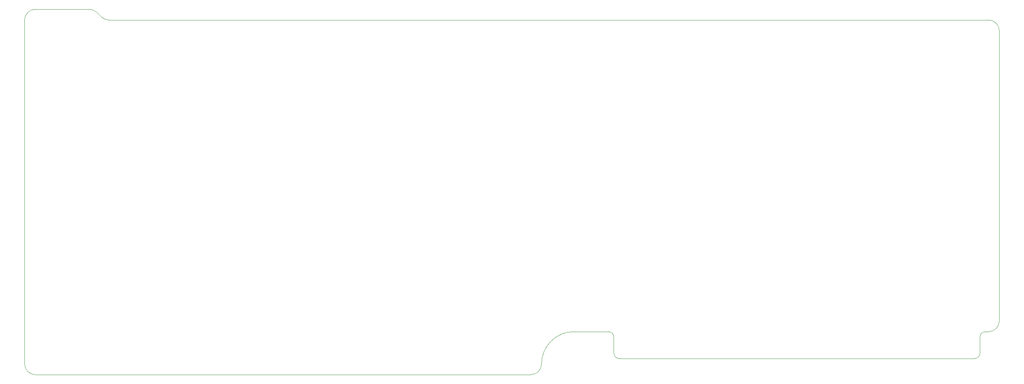
<source format=gbr>
%TF.GenerationSoftware,KiCad,Pcbnew,7.0.5*%
%TF.CreationDate,2024-11-17T15:27:36-05:00*%
%TF.ProjectId,93c76_revision_two,39336337-365f-4726-9576-6973696f6e5f,rev?*%
%TF.SameCoordinates,Original*%
%TF.FileFunction,Profile,NP*%
%FSLAX46Y46*%
G04 Gerber Fmt 4.6, Leading zero omitted, Abs format (unit mm)*
G04 Created by KiCad (PCBNEW 7.0.5) date 2024-11-17 15:27:36*
%MOMM*%
%LPD*%
G01*
G04 APERTURE LIST*
%TA.AperFunction,Profile*%
%ADD10C,0.100000*%
%TD*%
G04 APERTURE END LIST*
D10*
X27939936Y-104140000D02*
X27939936Y-22860000D01*
X253238000Y-101600000D02*
X253238000Y-97790000D01*
X251968000Y-102870000D02*
G75*
G03*
X253238000Y-101600000I0J1270000D01*
G01*
X157480000Y-96520000D02*
X165608000Y-96520000D01*
X30461948Y-106679999D02*
X147301949Y-106680000D01*
X168148000Y-102870000D02*
X251968000Y-102870000D01*
X44976040Y-21063960D02*
X46028120Y-22116040D01*
X166878000Y-101600000D02*
X166878000Y-97790000D01*
X254508000Y-96520000D02*
G75*
G03*
X253238000Y-97790000I0J-1270000D01*
G01*
X30479936Y-20320000D02*
X43180000Y-20320000D01*
X255251949Y-96520049D02*
G75*
G03*
X257791949Y-93980000I51J2539949D01*
G01*
X254508000Y-96520000D02*
X255251949Y-96520000D01*
X46028129Y-22116031D02*
G75*
G03*
X47824198Y-22860000I1796071J1796031D01*
G01*
X47828200Y-22860000D02*
X255251949Y-22860000D01*
X157480000Y-96519999D02*
G75*
G03*
X149841928Y-104140000I-18000J-7620051D01*
G01*
X27939937Y-104140000D02*
G75*
G03*
X30461948Y-106679999I2540063J0D01*
G01*
X147301949Y-106680049D02*
G75*
G03*
X149841949Y-104140000I51J2539949D01*
G01*
X257791949Y-93980000D02*
X257791949Y-25400000D01*
X44976051Y-21063949D02*
G75*
G03*
X43179963Y-20320000I-1796051J-1796051D01*
G01*
X257791900Y-25400000D02*
G75*
G03*
X255251949Y-22860000I-2540000J0D01*
G01*
X166878000Y-97790000D02*
G75*
G03*
X165608000Y-96520000I-1270000J0D01*
G01*
X166878000Y-101600000D02*
G75*
G03*
X168148000Y-102870000I1270000J0D01*
G01*
X30479936Y-20320006D02*
G75*
G03*
X27939936Y-22860000I34J-2540034D01*
G01*
M02*

</source>
